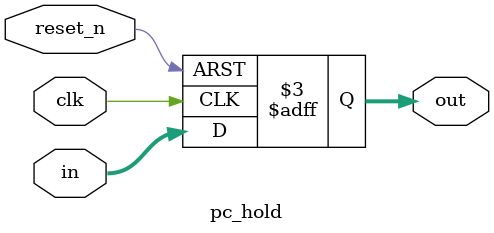
<source format=sv>
module pc_hold(
    input reset_n,clk,
    input [31:0] in,
    output logic [31:0] out
);

always @(posedge clk or negedge reset_n) begin
    if (!reset_n) begin
        out <= 32'b0;
    end
    else begin
        out <= in;
    end
end
    
endmodule
</source>
